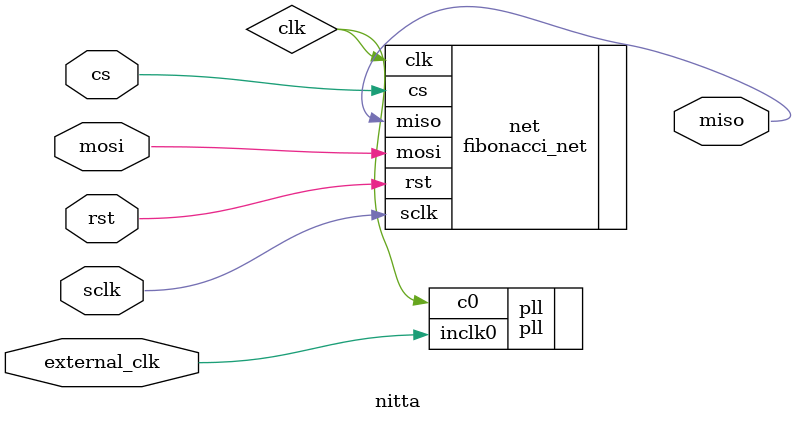
<source format=v>
module nitta
  ( input external_clk
  , input rst
  , input mosi
  , output miso
  , input sclk
  , input cs
  ); 
 
wire clk;

pll pll
  ( .inclk0( external_clk )
  , .c0(clk)
  );
  
fibonacci_net net 
  ( .clk( clk ) 
  , .rst( rst ) 
  , .mosi( mosi ), .sclk( sclk ), .cs( cs ), .miso( miso )
  ); 
 
endmodule
</source>
